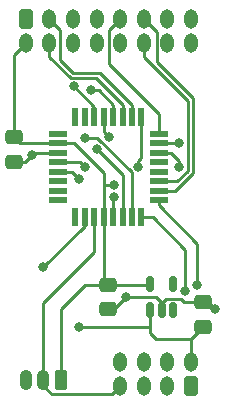
<source format=gbr>
%TF.GenerationSoftware,KiCad,Pcbnew,7.0.6*%
%TF.CreationDate,2023-08-01T20:56:40-04:00*%
%TF.ProjectId,mcumod-am8,6d63756d-6f64-42d6-916d-382e6b696361,rev?*%
%TF.SameCoordinates,Original*%
%TF.FileFunction,Copper,L1,Top*%
%TF.FilePolarity,Positive*%
%FSLAX46Y46*%
G04 Gerber Fmt 4.6, Leading zero omitted, Abs format (unit mm)*
G04 Created by KiCad (PCBNEW 7.0.6) date 2023-08-01 20:56:40*
%MOMM*%
%LPD*%
G01*
G04 APERTURE LIST*
G04 Aperture macros list*
%AMRoundRect*
0 Rectangle with rounded corners*
0 $1 Rounding radius*
0 $2 $3 $4 $5 $6 $7 $8 $9 X,Y pos of 4 corners*
0 Add a 4 corners polygon primitive as box body*
4,1,4,$2,$3,$4,$5,$6,$7,$8,$9,$2,$3,0*
0 Add four circle primitives for the rounded corners*
1,1,$1+$1,$2,$3*
1,1,$1+$1,$4,$5*
1,1,$1+$1,$6,$7*
1,1,$1+$1,$8,$9*
0 Add four rect primitives between the rounded corners*
20,1,$1+$1,$2,$3,$4,$5,0*
20,1,$1+$1,$4,$5,$6,$7,0*
20,1,$1+$1,$6,$7,$8,$9,0*
20,1,$1+$1,$8,$9,$2,$3,0*%
G04 Aperture macros list end*
%TA.AperFunction,SMDPad,CuDef*%
%ADD10RoundRect,0.150000X0.150000X-0.512500X0.150000X0.512500X-0.150000X0.512500X-0.150000X-0.512500X0*%
%TD*%
%TA.AperFunction,SMDPad,CuDef*%
%ADD11R,0.550000X1.600000*%
%TD*%
%TA.AperFunction,SMDPad,CuDef*%
%ADD12R,1.600000X0.550000*%
%TD*%
%TA.AperFunction,ComponentPad*%
%ADD13RoundRect,0.250000X0.265000X0.615000X-0.265000X0.615000X-0.265000X-0.615000X0.265000X-0.615000X0*%
%TD*%
%TA.AperFunction,ComponentPad*%
%ADD14O,1.030000X1.730000*%
%TD*%
%TA.AperFunction,ComponentPad*%
%ADD15RoundRect,0.250000X-0.350000X-0.575000X0.350000X-0.575000X0.350000X0.575000X-0.350000X0.575000X0*%
%TD*%
%TA.AperFunction,ComponentPad*%
%ADD16O,1.200000X1.650000*%
%TD*%
%TA.AperFunction,ComponentPad*%
%ADD17RoundRect,0.250000X0.350000X0.575000X-0.350000X0.575000X-0.350000X-0.575000X0.350000X-0.575000X0*%
%TD*%
%TA.AperFunction,SMDPad,CuDef*%
%ADD18RoundRect,0.250000X-0.475000X0.337500X-0.475000X-0.337500X0.475000X-0.337500X0.475000X0.337500X0*%
%TD*%
%TA.AperFunction,SMDPad,CuDef*%
%ADD19RoundRect,0.250000X0.475000X-0.337500X0.475000X0.337500X-0.475000X0.337500X-0.475000X-0.337500X0*%
%TD*%
%TA.AperFunction,ViaPad*%
%ADD20C,0.800000*%
%TD*%
%TA.AperFunction,Conductor*%
%ADD21C,0.250000*%
%TD*%
G04 APERTURE END LIST*
D10*
%TO.P,U2,1,VIN*%
%TO.N,+5V*%
X113550000Y-126637500D03*
%TO.P,U2,2,GND*%
%TO.N,GND*%
X114500000Y-126637500D03*
%TO.P,U2,3,EN*%
%TO.N,unconnected-(U2-EN-Pad3)*%
X115450000Y-126637500D03*
%TO.P,U2,4,SENSE/ADJ*%
%TO.N,unconnected-(U2-SENSE{slash}ADJ-Pad4)*%
X115450000Y-124362500D03*
%TO.P,U2,5,VOUT*%
%TO.N,+3.3V*%
X113550000Y-124362500D03*
%TD*%
D11*
%TO.P,U1,32,PA2*%
%TO.N,IO5*%
X112800000Y-118750000D03*
%TO.P,U1,31,PA1*%
%TO.N,IO7*%
X112000000Y-118750000D03*
%TO.P,U1,30,EXTCLK/PA0*%
%TO.N,IO6*%
X111200000Y-118750000D03*
%TO.P,U1,29,GND*%
%TO.N,GND*%
X110400000Y-118750000D03*
%TO.P,U1,28,VDD*%
%TO.N,+3.3V*%
X109600000Y-118750000D03*
%TO.P,U1,27,UPDI*%
%TO.N,UPDI*%
X108800000Y-118750000D03*
%TO.P,U1,26,PF6/~{RESET}*%
%TO.N,RST*%
X108000000Y-118750000D03*
%TO.P,U1,25,PF5*%
%TO.N,unconnected-(U1-PF5-Pad25)*%
X107200000Y-118750000D03*
D12*
%TO.P,U1,24,PF4*%
%TO.N,unconnected-(U1-PF4-Pad24)*%
X105750000Y-117300000D03*
%TO.P,U1,23,PF3*%
%TO.N,unconnected-(U1-PF3-Pad23)*%
X105750000Y-116500000D03*
%TO.P,U1,22,PF2*%
%TO.N,unconnected-(U1-PF2-Pad22)*%
X105750000Y-115700000D03*
%TO.P,U1,21,PF1/TOSC2*%
%TO.N,IO13*%
X105750000Y-114900000D03*
%TO.P,U1,20,PF0/TOSC1*%
%TO.N,IO12*%
X105750000Y-114100000D03*
%TO.P,U1,19,GND*%
%TO.N,GND*%
X105750000Y-113300000D03*
%TO.P,U1,18,AVDD*%
%TO.N,+3.3V*%
X105750000Y-112500000D03*
%TO.P,U1,17,PD7*%
%TO.N,unconnected-(U1-PD7-Pad17)*%
X105750000Y-111700000D03*
D11*
%TO.P,U1,16,PD6*%
%TO.N,unconnected-(U1-PD6-Pad16)*%
X107200000Y-110250000D03*
%TO.P,U1,15,PD5*%
%TO.N,unconnected-(U1-PD5-Pad15)*%
X108000000Y-110250000D03*
%TO.P,U1,14,PD4*%
%TO.N,IO3*%
X108800000Y-110250000D03*
%TO.P,U1,13,PD3*%
%TO.N,IO9*%
X109600000Y-110250000D03*
%TO.P,U1,12,PD2*%
%TO.N,IO2*%
X110400000Y-110250000D03*
%TO.P,U1,11,PD1*%
%TO.N,IO1*%
X111200000Y-110250000D03*
%TO.P,U1,10,PD0*%
%TO.N,IO0*%
X112000000Y-110250000D03*
%TO.P,U1,9,PC3*%
%TO.N,Net-(U1-PC3)*%
X112800000Y-110250000D03*
D12*
%TO.P,U1,8,PC2*%
%TO.N,IO8*%
X114250000Y-111700000D03*
%TO.P,U1,7,PC1*%
%TO.N,Net-(D1-A)*%
X114250000Y-112500000D03*
%TO.P,U1,6,PC0*%
%TO.N,Net-(U1-PC0)*%
X114250000Y-113300000D03*
%TO.P,U1,5,PA7*%
%TO.N,unconnected-(U1-PA7-Pad5)*%
X114250000Y-114100000D03*
%TO.P,U1,4,PA6*%
%TO.N,unconnected-(U1-PA6-Pad4)*%
X114250000Y-114900000D03*
%TO.P,U1,3,PA5*%
%TO.N,IO11*%
X114250000Y-115700000D03*
%TO.P,U1,2,PA4*%
%TO.N,IO10*%
X114250000Y-116500000D03*
%TO.P,U1,1,PA3*%
%TO.N,IO4*%
X114250000Y-117300000D03*
%TD*%
D13*
%TO.P,J2,1,Pin_1*%
%TO.N,+3.3V*%
X106000000Y-132500000D03*
D14*
%TO.P,J2,2,Pin_2*%
%TO.N,UPDI*%
X104500000Y-132500000D03*
%TO.P,J2,3,Pin_3*%
%TO.N,GND*%
X103000000Y-132500000D03*
%TD*%
D15*
%TO.P,J1,1,Pin_1*%
%TO.N,GND*%
X103000000Y-102000000D03*
D16*
%TO.P,J1,2,Pin_2*%
%TO.N,+3.3V*%
X103000000Y-104000000D03*
%TO.P,J1,3,Pin_3*%
%TO.N,IO0*%
X105000000Y-102000000D03*
%TO.P,J1,4,Pin_4*%
%TO.N,IO1*%
X105000000Y-104000000D03*
%TO.P,J1,5,Pin_5*%
%TO.N,IO2*%
X107000000Y-102000000D03*
%TO.P,J1,6,Pin_6*%
%TO.N,IO3*%
X107000000Y-104000000D03*
%TO.P,J1,7,Pin_7*%
%TO.N,IO6*%
X109000000Y-102000000D03*
%TO.P,J1,8,Pin_8*%
%TO.N,IO7*%
X109000000Y-104000000D03*
%TO.P,J1,9,Pin_9*%
%TO.N,IO8*%
X111000000Y-102000000D03*
%TO.P,J1,10,Pin_10*%
%TO.N,IO9*%
X111000000Y-104000000D03*
%TO.P,J1,11,Pin_11*%
%TO.N,IO10*%
X113000000Y-102000000D03*
%TO.P,J1,12,Pin_12*%
%TO.N,IO11*%
X113000000Y-104000000D03*
%TO.P,J1,13,Pin_13*%
%TO.N,IO12*%
X115000000Y-102000000D03*
%TO.P,J1,14,Pin_14*%
%TO.N,IO13*%
X115000000Y-104000000D03*
%TO.P,J1,15,Pin_15*%
%TO.N,GND*%
X117000000Y-102000000D03*
%TO.P,J1,16,Pin_16*%
%TO.N,+3.3V*%
X117000000Y-104000000D03*
D17*
%TO.P,J1,17,Pin_17*%
%TO.N,GND*%
X117000000Y-133000000D03*
D16*
%TO.P,J1,18,Pin_18*%
%TO.N,+5V*%
X117000000Y-131000000D03*
%TO.P,J1,19,Pin_19*%
%TO.N,IO4*%
X115000000Y-133000000D03*
%TO.P,J1,20,Pin_20*%
%TO.N,IO5*%
X115000000Y-131000000D03*
%TO.P,J1,21,Pin_21*%
%TO.N,RS485A*%
X113000000Y-133000000D03*
%TO.P,J1,22,Pin_22*%
%TO.N,RS485B*%
X113000000Y-131000000D03*
%TO.P,J1,23,Pin_23*%
%TO.N,UPDI*%
X111000000Y-133000000D03*
%TO.P,J1,24,Pin_24*%
%TO.N,RST*%
X111000000Y-131000000D03*
%TD*%
D18*
%TO.P,C3,1*%
%TO.N,+3.3V*%
X102000000Y-111962500D03*
%TO.P,C3,2*%
%TO.N,GND*%
X102000000Y-114037500D03*
%TD*%
%TO.P,C2,1*%
%TO.N,+3.3V*%
X110000000Y-124462500D03*
%TO.P,C2,2*%
%TO.N,GND*%
X110000000Y-126537500D03*
%TD*%
D19*
%TO.P,C1,1*%
%TO.N,+5V*%
X118000000Y-128037500D03*
%TO.P,C1,2*%
%TO.N,GND*%
X118000000Y-125962500D03*
%TD*%
D20*
%TO.N,Net-(U1-PC3)*%
X112538465Y-114465374D03*
%TO.N,+3.3V*%
X110500000Y-116000000D03*
%TO.N,IO13*%
X107500000Y-115500000D03*
%TO.N,IO12*%
X108000000Y-114500000D03*
%TO.N,IO9*%
X110037251Y-111962749D03*
%TO.N,IO7*%
X108000000Y-112000000D03*
%TO.N,IO6*%
X109012299Y-112987701D03*
%TO.N,IO3*%
X107046147Y-107674500D03*
%TO.N,IO2*%
X108500000Y-108000000D03*
%TO.N,Net-(D1-A)*%
X116000000Y-112500000D03*
%TO.N,Net-(U1-PC0)*%
X116000000Y-114500000D03*
%TO.N,GND*%
X110500000Y-117000000D03*
X103500000Y-113500000D03*
X111500000Y-125500000D03*
%TO.N,+5V*%
X107500000Y-128000000D03*
%TO.N,GND*%
X119000000Y-126500000D03*
%TO.N,IO4*%
X117500000Y-124500000D03*
%TO.N,IO5*%
X116500000Y-125000000D03*
%TO.N,RST*%
X104500000Y-123000000D03*
%TD*%
D21*
%TO.N,IO10*%
X114250000Y-116500000D02*
X115661701Y-116500000D01*
X117175000Y-108675000D02*
X114075000Y-105575000D01*
X114075000Y-103075000D02*
X113000000Y-102000000D01*
X115661701Y-116500000D02*
X117175000Y-114986701D01*
X117175000Y-114986701D02*
X117175000Y-108675000D01*
X114075000Y-105575000D02*
X114075000Y-103075000D01*
%TO.N,IO11*%
X114250000Y-115700000D02*
X115825305Y-115700000D01*
X115825305Y-115700000D02*
X116725000Y-114800305D01*
X116725000Y-114800305D02*
X116725000Y-108861396D01*
X116725000Y-108861396D02*
X113000000Y-105136396D01*
X113000000Y-105136396D02*
X113000000Y-104000000D01*
%TO.N,Net-(U1-PC3)*%
X112800000Y-113700000D02*
X112538465Y-113961535D01*
X112538465Y-113961535D02*
X112538465Y-114465374D01*
%TO.N,+3.3V*%
X109600000Y-115000000D02*
X109600000Y-116000000D01*
X109600000Y-116000000D02*
X109600000Y-118750000D01*
X110500000Y-116000000D02*
X109600000Y-116000000D01*
%TO.N,IO13*%
X107500000Y-115500000D02*
X106900000Y-114900000D01*
X106900000Y-114900000D02*
X105750000Y-114900000D01*
%TO.N,IO12*%
X107600000Y-114100000D02*
X108000000Y-114500000D01*
X105750000Y-114100000D02*
X107600000Y-114100000D01*
%TO.N,IO8*%
X114250000Y-111700000D02*
X114250000Y-109975000D01*
X114250000Y-109975000D02*
X110075000Y-105800000D01*
X110075000Y-105800000D02*
X110075000Y-102925000D01*
X110075000Y-102925000D02*
X111000000Y-102000000D01*
%TO.N,IO9*%
X109600000Y-111525498D02*
X110037251Y-111962749D01*
X109600000Y-110250000D02*
X109600000Y-111525498D01*
%TO.N,IO7*%
X108000000Y-112000000D02*
X109049903Y-112000000D01*
X109049903Y-112000000D02*
X112000000Y-114950097D01*
X112000000Y-114950097D02*
X112000000Y-118750000D01*
%TO.N,+3.3V*%
X105750000Y-112500000D02*
X107100000Y-112500000D01*
X107100000Y-112500000D02*
X109600000Y-115000000D01*
%TO.N,IO6*%
X111225000Y-115200402D02*
X109012299Y-112987701D01*
X111225000Y-118725000D02*
X111225000Y-115200402D01*
X111200000Y-118750000D02*
X111225000Y-118725000D01*
%TO.N,IO3*%
X108800000Y-109428353D02*
X107046147Y-107674500D01*
X108800000Y-110250000D02*
X108800000Y-109428353D01*
%TO.N,IO2*%
X110400000Y-110250000D02*
X110400000Y-109200000D01*
X110400000Y-109200000D02*
X109200000Y-108000000D01*
X109200000Y-108000000D02*
X108500000Y-108000000D01*
%TO.N,IO1*%
X111200000Y-110250000D02*
X111200000Y-109200000D01*
X111200000Y-109200000D02*
X108950000Y-106950000D01*
X108950000Y-106950000D02*
X106813604Y-106950000D01*
X106813604Y-106950000D02*
X105000000Y-105136396D01*
X105000000Y-105136396D02*
X105000000Y-104000000D01*
%TO.N,IO0*%
X109300000Y-106500000D02*
X107000000Y-106500000D01*
X112000000Y-110250000D02*
X112000000Y-109200000D01*
X112000000Y-109200000D02*
X109300000Y-106500000D01*
X107000000Y-106500000D02*
X105925000Y-105425000D01*
X105925000Y-102925000D02*
X105000000Y-102000000D01*
X105925000Y-105425000D02*
X105925000Y-102925000D01*
%TO.N,Net-(D1-A)*%
X114250000Y-112500000D02*
X116000000Y-112500000D01*
%TO.N,Net-(U1-PC0)*%
X116000000Y-114500000D02*
X116000000Y-114000000D01*
X116000000Y-114000000D02*
X115300000Y-113300000D01*
X115300000Y-113300000D02*
X114250000Y-113300000D01*
%TO.N,Net-(U1-PC3)*%
X112800000Y-113700000D02*
X112800000Y-110250000D01*
%TO.N,+3.3V*%
X103000000Y-104000000D02*
X102000000Y-105000000D01*
X102000000Y-105000000D02*
X102000000Y-111962500D01*
%TO.N,GND*%
X110400000Y-117100000D02*
X110500000Y-117000000D01*
X110400000Y-118750000D02*
X110400000Y-117100000D01*
X103500000Y-113500000D02*
X103700000Y-113300000D01*
X102000000Y-114037500D02*
X102962500Y-114037500D01*
X102962500Y-114037500D02*
X103500000Y-113500000D01*
X103700000Y-113300000D02*
X105750000Y-113300000D01*
X111500000Y-125500000D02*
X114000000Y-125500000D01*
X114000000Y-125500000D02*
X114500000Y-126000000D01*
%TO.N,+5V*%
X113550000Y-128000000D02*
X107500000Y-128000000D01*
X113550000Y-128550000D02*
X113550000Y-128000000D01*
X113550000Y-128000000D02*
X113550000Y-126637500D01*
%TO.N,IO5*%
X112800000Y-118750000D02*
X113750000Y-118750000D01*
X113750000Y-118750000D02*
X116500000Y-121500000D01*
%TO.N,IO4*%
X114250000Y-117300000D02*
X114250000Y-117750000D01*
X114250000Y-117750000D02*
X117500000Y-121000000D01*
X117500000Y-121000000D02*
X117500000Y-124500000D01*
%TO.N,GND*%
X118462500Y-125962500D02*
X119000000Y-126500000D01*
X118000000Y-125962500D02*
X118462500Y-125962500D01*
X114850000Y-125650000D02*
X116124695Y-125650000D01*
X116124695Y-125650000D02*
X116437195Y-125962500D01*
X116437195Y-125962500D02*
X118000000Y-125962500D01*
%TO.N,IO5*%
X116500000Y-125000000D02*
X116500000Y-121500000D01*
%TO.N,RST*%
X104500000Y-123000000D02*
X108000000Y-119500000D01*
X108000000Y-119500000D02*
X108000000Y-118750000D01*
%TO.N,UPDI*%
X104500000Y-132500000D02*
X104500000Y-126000000D01*
X104500000Y-126000000D02*
X108800000Y-121700000D01*
X108800000Y-121700000D02*
X108800000Y-118750000D01*
%TO.N,+3.3V*%
X106000000Y-132500000D02*
X106000000Y-126500000D01*
X106000000Y-126500000D02*
X108037500Y-124462500D01*
X108037500Y-124462500D02*
X110000000Y-124462500D01*
%TO.N,UPDI*%
X111000000Y-133000000D02*
X110310000Y-133690000D01*
X104500000Y-133000000D02*
X104500000Y-132500000D01*
X110310000Y-133690000D02*
X105190000Y-133690000D01*
X105190000Y-133690000D02*
X104500000Y-133000000D01*
%TO.N,GND*%
X110000000Y-126537500D02*
X110462500Y-126537500D01*
X110462500Y-126537500D02*
X111350000Y-125650000D01*
X111350000Y-125650000D02*
X111500000Y-125500000D01*
X114500000Y-126637500D02*
X114500000Y-126000000D01*
X114500000Y-126000000D02*
X114850000Y-125650000D01*
%TO.N,+3.3V*%
X105750000Y-112500000D02*
X102537500Y-112500000D01*
X102537500Y-112500000D02*
X102000000Y-111962500D01*
X110000000Y-124462500D02*
X109600000Y-124062500D01*
X109600000Y-124062500D02*
X109600000Y-118750000D01*
X110000000Y-124462500D02*
X113450000Y-124462500D01*
X113450000Y-124462500D02*
X113550000Y-124362500D01*
%TO.N,+5V*%
X117000000Y-129037500D02*
X114037500Y-129037500D01*
X114037500Y-129037500D02*
X113550000Y-128550000D01*
X117000000Y-131000000D02*
X117000000Y-129037500D01*
X117000000Y-129037500D02*
X118000000Y-128037500D01*
%TD*%
M02*

</source>
